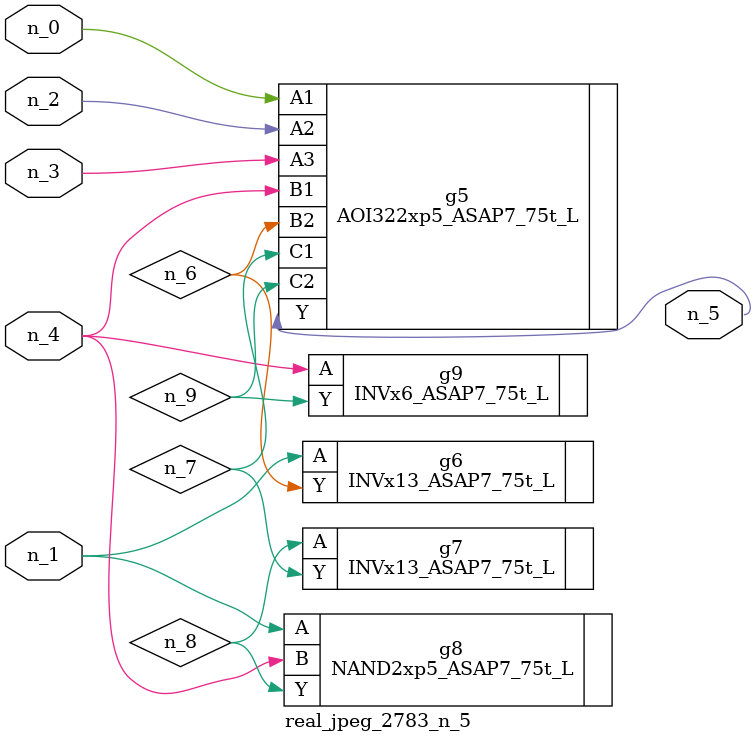
<source format=v>
module real_jpeg_2783_n_5 (n_4, n_0, n_1, n_2, n_3, n_5);

input n_4;
input n_0;
input n_1;
input n_2;
input n_3;

output n_5;

wire n_8;
wire n_6;
wire n_7;
wire n_9;

AOI322xp5_ASAP7_75t_L g5 ( 
.A1(n_0),
.A2(n_2),
.A3(n_3),
.B1(n_4),
.B2(n_6),
.C1(n_7),
.C2(n_9),
.Y(n_5)
);

INVx13_ASAP7_75t_L g6 ( 
.A(n_1),
.Y(n_6)
);

NAND2xp5_ASAP7_75t_L g8 ( 
.A(n_1),
.B(n_4),
.Y(n_8)
);

INVx6_ASAP7_75t_L g9 ( 
.A(n_4),
.Y(n_9)
);

INVx13_ASAP7_75t_L g7 ( 
.A(n_8),
.Y(n_7)
);


endmodule
</source>
